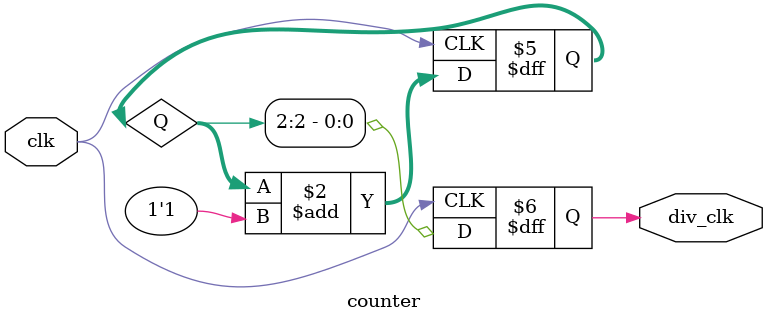
<source format=sv>
`timescale 1ns / 1ps

module counter(
    input clk,
    output reg div_clk
    );

    
    reg [2:0] Q = 0;

    initial div_clk = 1'b0;

    always @ (posedge(clk))   // When will Always Block Be Triggered
    begin
        // How Output reacts when Rising Edge of Clock Arrives?
        Q <= Q + 1'b1;
        div_clk <= Q[2];
    end

 
endmodule
</source>
